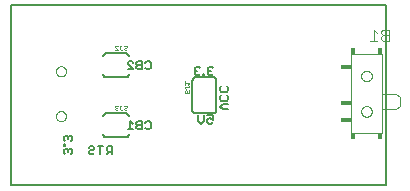
<source format=gbo>
G75*
%MOIN*%
%OFA0B0*%
%FSLAX25Y25*%
%IPPOS*%
%LPD*%
%AMOC8*
5,1,8,0,0,1.08239X$1,22.5*
%
%ADD10C,0.00800*%
%ADD11C,0.00500*%
%ADD12C,0.00000*%
%ADD13C,0.00600*%
%ADD14C,0.00100*%
%ADD15R,0.03538X0.01584*%
%ADD16C,0.00394*%
%ADD17R,0.03528X0.01568*%
%ADD18R,0.03536X0.01563*%
%ADD19R,0.01565X0.01935*%
%ADD20R,0.01580X0.01955*%
%ADD21R,0.01589X0.02008*%
%ADD22R,0.01570X0.01989*%
%ADD23C,0.00300*%
D10*
X0123333Y0058200D02*
X0248333Y0058200D01*
X0248333Y0118200D01*
X0123333Y0118200D01*
X0123333Y0058200D01*
X0155083Y0074200D02*
X0161583Y0074200D01*
X0161643Y0074202D01*
X0161704Y0074207D01*
X0161763Y0074216D01*
X0161822Y0074229D01*
X0161881Y0074245D01*
X0161938Y0074265D01*
X0161993Y0074288D01*
X0162048Y0074315D01*
X0162100Y0074344D01*
X0162151Y0074377D01*
X0162200Y0074413D01*
X0162246Y0074451D01*
X0162290Y0074493D01*
X0162332Y0074537D01*
X0162370Y0074583D01*
X0162406Y0074632D01*
X0162439Y0074683D01*
X0162468Y0074735D01*
X0162495Y0074790D01*
X0162518Y0074845D01*
X0162538Y0074902D01*
X0162554Y0074961D01*
X0162567Y0075020D01*
X0162576Y0075079D01*
X0162581Y0075140D01*
X0162583Y0075200D01*
X0155083Y0074200D02*
X0155023Y0074202D01*
X0154962Y0074207D01*
X0154903Y0074216D01*
X0154844Y0074229D01*
X0154785Y0074245D01*
X0154728Y0074265D01*
X0154673Y0074288D01*
X0154618Y0074315D01*
X0154566Y0074344D01*
X0154515Y0074377D01*
X0154466Y0074413D01*
X0154420Y0074451D01*
X0154376Y0074493D01*
X0154334Y0074537D01*
X0154296Y0074583D01*
X0154260Y0074632D01*
X0154227Y0074683D01*
X0154198Y0074735D01*
X0154171Y0074790D01*
X0154148Y0074845D01*
X0154128Y0074902D01*
X0154112Y0074961D01*
X0154099Y0075020D01*
X0154090Y0075079D01*
X0154085Y0075140D01*
X0154083Y0075200D01*
X0154083Y0081200D02*
X0154085Y0081260D01*
X0154090Y0081321D01*
X0154099Y0081380D01*
X0154112Y0081439D01*
X0154128Y0081498D01*
X0154148Y0081555D01*
X0154171Y0081610D01*
X0154198Y0081665D01*
X0154227Y0081717D01*
X0154260Y0081768D01*
X0154296Y0081817D01*
X0154334Y0081863D01*
X0154376Y0081907D01*
X0154420Y0081949D01*
X0154466Y0081987D01*
X0154515Y0082023D01*
X0154566Y0082056D01*
X0154618Y0082085D01*
X0154673Y0082112D01*
X0154728Y0082135D01*
X0154785Y0082155D01*
X0154844Y0082171D01*
X0154903Y0082184D01*
X0154962Y0082193D01*
X0155023Y0082198D01*
X0155083Y0082200D01*
X0161583Y0082200D01*
X0161643Y0082198D01*
X0161704Y0082193D01*
X0161763Y0082184D01*
X0161822Y0082171D01*
X0161881Y0082155D01*
X0161938Y0082135D01*
X0161993Y0082112D01*
X0162048Y0082085D01*
X0162100Y0082056D01*
X0162151Y0082023D01*
X0162200Y0081987D01*
X0162246Y0081949D01*
X0162290Y0081907D01*
X0162332Y0081863D01*
X0162370Y0081817D01*
X0162406Y0081768D01*
X0162439Y0081717D01*
X0162468Y0081665D01*
X0162495Y0081610D01*
X0162518Y0081555D01*
X0162538Y0081498D01*
X0162554Y0081439D01*
X0162567Y0081380D01*
X0162576Y0081321D01*
X0162581Y0081260D01*
X0162583Y0081200D01*
X0161583Y0094200D02*
X0155083Y0094200D01*
X0155023Y0094202D01*
X0154962Y0094207D01*
X0154903Y0094216D01*
X0154844Y0094229D01*
X0154785Y0094245D01*
X0154728Y0094265D01*
X0154673Y0094288D01*
X0154618Y0094315D01*
X0154566Y0094344D01*
X0154515Y0094377D01*
X0154466Y0094413D01*
X0154420Y0094451D01*
X0154376Y0094493D01*
X0154334Y0094537D01*
X0154296Y0094583D01*
X0154260Y0094632D01*
X0154227Y0094683D01*
X0154198Y0094735D01*
X0154171Y0094790D01*
X0154148Y0094845D01*
X0154128Y0094902D01*
X0154112Y0094961D01*
X0154099Y0095020D01*
X0154090Y0095079D01*
X0154085Y0095140D01*
X0154083Y0095200D01*
X0161583Y0094200D02*
X0161643Y0094202D01*
X0161704Y0094207D01*
X0161763Y0094216D01*
X0161822Y0094229D01*
X0161881Y0094245D01*
X0161938Y0094265D01*
X0161993Y0094288D01*
X0162048Y0094315D01*
X0162100Y0094344D01*
X0162151Y0094377D01*
X0162200Y0094413D01*
X0162246Y0094451D01*
X0162290Y0094493D01*
X0162332Y0094537D01*
X0162370Y0094583D01*
X0162406Y0094632D01*
X0162439Y0094683D01*
X0162468Y0094735D01*
X0162495Y0094790D01*
X0162518Y0094845D01*
X0162538Y0094902D01*
X0162554Y0094961D01*
X0162567Y0095020D01*
X0162576Y0095079D01*
X0162581Y0095140D01*
X0162583Y0095200D01*
X0162583Y0101200D02*
X0162581Y0101260D01*
X0162576Y0101321D01*
X0162567Y0101380D01*
X0162554Y0101439D01*
X0162538Y0101498D01*
X0162518Y0101555D01*
X0162495Y0101610D01*
X0162468Y0101665D01*
X0162439Y0101717D01*
X0162406Y0101768D01*
X0162370Y0101817D01*
X0162332Y0101863D01*
X0162290Y0101907D01*
X0162246Y0101949D01*
X0162200Y0101987D01*
X0162151Y0102023D01*
X0162100Y0102056D01*
X0162048Y0102085D01*
X0161993Y0102112D01*
X0161938Y0102135D01*
X0161881Y0102155D01*
X0161822Y0102171D01*
X0161763Y0102184D01*
X0161704Y0102193D01*
X0161643Y0102198D01*
X0161583Y0102200D01*
X0155083Y0102200D01*
X0155023Y0102198D01*
X0154962Y0102193D01*
X0154903Y0102184D01*
X0154844Y0102171D01*
X0154785Y0102155D01*
X0154728Y0102135D01*
X0154673Y0102112D01*
X0154618Y0102085D01*
X0154566Y0102056D01*
X0154515Y0102023D01*
X0154466Y0101987D01*
X0154420Y0101949D01*
X0154376Y0101907D01*
X0154334Y0101863D01*
X0154296Y0101817D01*
X0154260Y0101768D01*
X0154227Y0101717D01*
X0154198Y0101665D01*
X0154171Y0101610D01*
X0154148Y0101555D01*
X0154128Y0101498D01*
X0154112Y0101439D01*
X0154099Y0101380D01*
X0154090Y0101321D01*
X0154085Y0101260D01*
X0154083Y0101200D01*
D11*
X0162228Y0099102D02*
X0162679Y0099552D01*
X0163579Y0099552D01*
X0164030Y0099102D01*
X0165175Y0099102D02*
X0165175Y0098652D01*
X0165625Y0098201D01*
X0166976Y0098201D01*
X0165625Y0098201D02*
X0165175Y0097751D01*
X0165175Y0097300D01*
X0165625Y0096850D01*
X0166976Y0096850D01*
X0166976Y0099552D01*
X0165625Y0099552D01*
X0165175Y0099102D01*
X0164030Y0096850D02*
X0162228Y0096850D01*
X0162228Y0098652D02*
X0162228Y0099102D01*
X0162228Y0098652D02*
X0164030Y0096850D01*
X0168121Y0097300D02*
X0168572Y0096850D01*
X0169473Y0096850D01*
X0169923Y0097300D01*
X0169923Y0099102D01*
X0169473Y0099552D01*
X0168572Y0099552D01*
X0168121Y0099102D01*
X0184545Y0097202D02*
X0184545Y0096752D01*
X0184996Y0096301D01*
X0184545Y0095851D01*
X0184545Y0095400D01*
X0184996Y0094950D01*
X0185896Y0094950D01*
X0186347Y0095400D01*
X0187370Y0095400D02*
X0187370Y0094950D01*
X0187820Y0094950D01*
X0187820Y0095400D01*
X0187370Y0095400D01*
X0188965Y0095400D02*
X0189415Y0094950D01*
X0190316Y0094950D01*
X0190766Y0095400D01*
X0189866Y0096301D02*
X0189415Y0096301D01*
X0188965Y0095851D01*
X0188965Y0095400D01*
X0189415Y0096301D02*
X0188965Y0096752D01*
X0188965Y0097202D01*
X0189415Y0097652D01*
X0190316Y0097652D01*
X0190766Y0097202D01*
X0186347Y0097202D02*
X0185896Y0097652D01*
X0184996Y0097652D01*
X0184545Y0097202D01*
X0184996Y0096301D02*
X0185446Y0096301D01*
X0192983Y0090694D02*
X0193434Y0091145D01*
X0192983Y0090694D02*
X0192983Y0089793D01*
X0193434Y0089343D01*
X0195235Y0089343D01*
X0195686Y0089793D01*
X0195686Y0090694D01*
X0195235Y0091145D01*
X0195235Y0088198D02*
X0195686Y0087748D01*
X0195686Y0086847D01*
X0195235Y0086397D01*
X0193434Y0086397D01*
X0192983Y0086847D01*
X0192983Y0087748D01*
X0193434Y0088198D01*
X0193884Y0085252D02*
X0192983Y0084351D01*
X0193884Y0083450D01*
X0195686Y0083450D01*
X0195686Y0085252D02*
X0193884Y0085252D01*
X0190530Y0081452D02*
X0188728Y0081452D01*
X0189179Y0080552D02*
X0188728Y0080101D01*
X0188728Y0079200D01*
X0189179Y0078750D01*
X0190079Y0078750D01*
X0190530Y0079200D01*
X0190530Y0080101D02*
X0189629Y0080552D01*
X0189179Y0080552D01*
X0190530Y0080101D02*
X0190530Y0081452D01*
X0187583Y0081452D02*
X0187583Y0079651D01*
X0186683Y0078750D01*
X0185782Y0079651D01*
X0185782Y0081452D01*
X0169923Y0079102D02*
X0169923Y0077300D01*
X0169473Y0076850D01*
X0168572Y0076850D01*
X0168121Y0077300D01*
X0166976Y0076850D02*
X0165625Y0076850D01*
X0165175Y0077300D01*
X0165175Y0077751D01*
X0165625Y0078201D01*
X0166976Y0078201D01*
X0165625Y0078201D02*
X0165175Y0078652D01*
X0165175Y0079102D01*
X0165625Y0079552D01*
X0166976Y0079552D01*
X0166976Y0076850D01*
X0168121Y0079102D02*
X0168572Y0079552D01*
X0169473Y0079552D01*
X0169923Y0079102D01*
X0164030Y0078652D02*
X0163129Y0079552D01*
X0163129Y0076850D01*
X0164030Y0076850D02*
X0162228Y0076850D01*
X0157003Y0071152D02*
X0155652Y0071152D01*
X0155202Y0070702D01*
X0155202Y0069801D01*
X0155652Y0069351D01*
X0157003Y0069351D01*
X0156102Y0069351D02*
X0155202Y0068450D01*
X0157003Y0068450D02*
X0157003Y0071152D01*
X0154057Y0071152D02*
X0152255Y0071152D01*
X0153156Y0071152D02*
X0153156Y0068450D01*
X0151110Y0068900D02*
X0150660Y0068450D01*
X0149759Y0068450D01*
X0149309Y0068900D01*
X0149309Y0069351D01*
X0149759Y0069801D01*
X0150660Y0069801D01*
X0151110Y0070252D01*
X0151110Y0070702D01*
X0150660Y0071152D01*
X0149759Y0071152D01*
X0149309Y0070702D01*
X0143686Y0069801D02*
X0143235Y0070252D01*
X0142785Y0070252D01*
X0142334Y0069801D01*
X0141884Y0070252D01*
X0141434Y0070252D01*
X0140983Y0069801D01*
X0140983Y0068900D01*
X0141434Y0068450D01*
X0142334Y0069351D02*
X0142334Y0069801D01*
X0143686Y0069801D02*
X0143686Y0068900D01*
X0143235Y0068450D01*
X0141434Y0071397D02*
X0141434Y0071847D01*
X0140983Y0071847D01*
X0140983Y0071397D01*
X0141434Y0071397D01*
X0141434Y0072870D02*
X0140983Y0073320D01*
X0140983Y0074221D01*
X0141434Y0074671D01*
X0141884Y0074671D01*
X0142334Y0074221D01*
X0142334Y0073771D01*
X0142334Y0074221D02*
X0142785Y0074671D01*
X0143235Y0074671D01*
X0143686Y0074221D01*
X0143686Y0073320D01*
X0143235Y0072870D01*
D12*
X0138322Y0081220D02*
X0138324Y0081301D01*
X0138330Y0081383D01*
X0138340Y0081464D01*
X0138354Y0081544D01*
X0138371Y0081623D01*
X0138393Y0081702D01*
X0138418Y0081779D01*
X0138447Y0081856D01*
X0138480Y0081930D01*
X0138517Y0082003D01*
X0138556Y0082074D01*
X0138600Y0082143D01*
X0138646Y0082210D01*
X0138696Y0082274D01*
X0138749Y0082336D01*
X0138805Y0082396D01*
X0138863Y0082452D01*
X0138925Y0082506D01*
X0138989Y0082557D01*
X0139055Y0082604D01*
X0139123Y0082648D01*
X0139194Y0082689D01*
X0139266Y0082726D01*
X0139341Y0082760D01*
X0139416Y0082790D01*
X0139494Y0082816D01*
X0139572Y0082839D01*
X0139651Y0082857D01*
X0139731Y0082872D01*
X0139812Y0082883D01*
X0139893Y0082890D01*
X0139975Y0082893D01*
X0140056Y0082892D01*
X0140137Y0082887D01*
X0140218Y0082878D01*
X0140299Y0082865D01*
X0140379Y0082848D01*
X0140457Y0082828D01*
X0140535Y0082803D01*
X0140612Y0082775D01*
X0140687Y0082743D01*
X0140760Y0082708D01*
X0140831Y0082669D01*
X0140901Y0082626D01*
X0140968Y0082581D01*
X0141034Y0082532D01*
X0141096Y0082480D01*
X0141156Y0082424D01*
X0141213Y0082366D01*
X0141268Y0082306D01*
X0141319Y0082242D01*
X0141367Y0082177D01*
X0141412Y0082109D01*
X0141454Y0082039D01*
X0141492Y0081967D01*
X0141527Y0081893D01*
X0141558Y0081818D01*
X0141585Y0081741D01*
X0141608Y0081663D01*
X0141628Y0081584D01*
X0141644Y0081504D01*
X0141656Y0081423D01*
X0141664Y0081342D01*
X0141668Y0081261D01*
X0141668Y0081179D01*
X0141664Y0081098D01*
X0141656Y0081017D01*
X0141644Y0080936D01*
X0141628Y0080856D01*
X0141608Y0080777D01*
X0141585Y0080699D01*
X0141558Y0080622D01*
X0141527Y0080547D01*
X0141492Y0080473D01*
X0141454Y0080401D01*
X0141412Y0080331D01*
X0141367Y0080263D01*
X0141319Y0080198D01*
X0141268Y0080134D01*
X0141213Y0080074D01*
X0141156Y0080016D01*
X0141096Y0079960D01*
X0141034Y0079908D01*
X0140968Y0079859D01*
X0140901Y0079814D01*
X0140832Y0079771D01*
X0140760Y0079732D01*
X0140687Y0079697D01*
X0140612Y0079665D01*
X0140535Y0079637D01*
X0140457Y0079612D01*
X0140379Y0079592D01*
X0140299Y0079575D01*
X0140218Y0079562D01*
X0140137Y0079553D01*
X0140056Y0079548D01*
X0139975Y0079547D01*
X0139893Y0079550D01*
X0139812Y0079557D01*
X0139731Y0079568D01*
X0139651Y0079583D01*
X0139572Y0079601D01*
X0139494Y0079624D01*
X0139416Y0079650D01*
X0139341Y0079680D01*
X0139266Y0079714D01*
X0139194Y0079751D01*
X0139123Y0079792D01*
X0139055Y0079836D01*
X0138989Y0079883D01*
X0138925Y0079934D01*
X0138863Y0079988D01*
X0138805Y0080044D01*
X0138749Y0080104D01*
X0138696Y0080166D01*
X0138646Y0080230D01*
X0138600Y0080297D01*
X0138556Y0080366D01*
X0138517Y0080437D01*
X0138480Y0080510D01*
X0138447Y0080584D01*
X0138418Y0080661D01*
X0138393Y0080738D01*
X0138371Y0080817D01*
X0138354Y0080896D01*
X0138340Y0080976D01*
X0138330Y0081057D01*
X0138324Y0081139D01*
X0138322Y0081220D01*
X0138322Y0096180D02*
X0138324Y0096261D01*
X0138330Y0096343D01*
X0138340Y0096424D01*
X0138354Y0096504D01*
X0138371Y0096583D01*
X0138393Y0096662D01*
X0138418Y0096739D01*
X0138447Y0096816D01*
X0138480Y0096890D01*
X0138517Y0096963D01*
X0138556Y0097034D01*
X0138600Y0097103D01*
X0138646Y0097170D01*
X0138696Y0097234D01*
X0138749Y0097296D01*
X0138805Y0097356D01*
X0138863Y0097412D01*
X0138925Y0097466D01*
X0138989Y0097517D01*
X0139055Y0097564D01*
X0139123Y0097608D01*
X0139194Y0097649D01*
X0139266Y0097686D01*
X0139341Y0097720D01*
X0139416Y0097750D01*
X0139494Y0097776D01*
X0139572Y0097799D01*
X0139651Y0097817D01*
X0139731Y0097832D01*
X0139812Y0097843D01*
X0139893Y0097850D01*
X0139975Y0097853D01*
X0140056Y0097852D01*
X0140137Y0097847D01*
X0140218Y0097838D01*
X0140299Y0097825D01*
X0140379Y0097808D01*
X0140457Y0097788D01*
X0140535Y0097763D01*
X0140612Y0097735D01*
X0140687Y0097703D01*
X0140760Y0097668D01*
X0140831Y0097629D01*
X0140901Y0097586D01*
X0140968Y0097541D01*
X0141034Y0097492D01*
X0141096Y0097440D01*
X0141156Y0097384D01*
X0141213Y0097326D01*
X0141268Y0097266D01*
X0141319Y0097202D01*
X0141367Y0097137D01*
X0141412Y0097069D01*
X0141454Y0096999D01*
X0141492Y0096927D01*
X0141527Y0096853D01*
X0141558Y0096778D01*
X0141585Y0096701D01*
X0141608Y0096623D01*
X0141628Y0096544D01*
X0141644Y0096464D01*
X0141656Y0096383D01*
X0141664Y0096302D01*
X0141668Y0096221D01*
X0141668Y0096139D01*
X0141664Y0096058D01*
X0141656Y0095977D01*
X0141644Y0095896D01*
X0141628Y0095816D01*
X0141608Y0095737D01*
X0141585Y0095659D01*
X0141558Y0095582D01*
X0141527Y0095507D01*
X0141492Y0095433D01*
X0141454Y0095361D01*
X0141412Y0095291D01*
X0141367Y0095223D01*
X0141319Y0095158D01*
X0141268Y0095094D01*
X0141213Y0095034D01*
X0141156Y0094976D01*
X0141096Y0094920D01*
X0141034Y0094868D01*
X0140968Y0094819D01*
X0140901Y0094774D01*
X0140832Y0094731D01*
X0140760Y0094692D01*
X0140687Y0094657D01*
X0140612Y0094625D01*
X0140535Y0094597D01*
X0140457Y0094572D01*
X0140379Y0094552D01*
X0140299Y0094535D01*
X0140218Y0094522D01*
X0140137Y0094513D01*
X0140056Y0094508D01*
X0139975Y0094507D01*
X0139893Y0094510D01*
X0139812Y0094517D01*
X0139731Y0094528D01*
X0139651Y0094543D01*
X0139572Y0094561D01*
X0139494Y0094584D01*
X0139416Y0094610D01*
X0139341Y0094640D01*
X0139266Y0094674D01*
X0139194Y0094711D01*
X0139123Y0094752D01*
X0139055Y0094796D01*
X0138989Y0094843D01*
X0138925Y0094894D01*
X0138863Y0094948D01*
X0138805Y0095004D01*
X0138749Y0095064D01*
X0138696Y0095126D01*
X0138646Y0095190D01*
X0138600Y0095257D01*
X0138556Y0095326D01*
X0138517Y0095397D01*
X0138480Y0095470D01*
X0138447Y0095544D01*
X0138418Y0095621D01*
X0138393Y0095698D01*
X0138371Y0095777D01*
X0138354Y0095856D01*
X0138340Y0095936D01*
X0138330Y0096017D01*
X0138324Y0096099D01*
X0138322Y0096180D01*
X0240061Y0094606D02*
X0240063Y0094690D01*
X0240069Y0094773D01*
X0240079Y0094856D01*
X0240093Y0094939D01*
X0240110Y0095021D01*
X0240132Y0095102D01*
X0240157Y0095181D01*
X0240186Y0095260D01*
X0240219Y0095337D01*
X0240255Y0095412D01*
X0240295Y0095486D01*
X0240338Y0095558D01*
X0240385Y0095627D01*
X0240435Y0095694D01*
X0240488Y0095759D01*
X0240544Y0095821D01*
X0240602Y0095881D01*
X0240664Y0095938D01*
X0240728Y0095991D01*
X0240795Y0096042D01*
X0240864Y0096089D01*
X0240935Y0096134D01*
X0241008Y0096174D01*
X0241083Y0096211D01*
X0241160Y0096245D01*
X0241238Y0096275D01*
X0241317Y0096301D01*
X0241398Y0096324D01*
X0241480Y0096342D01*
X0241562Y0096357D01*
X0241645Y0096368D01*
X0241728Y0096375D01*
X0241812Y0096378D01*
X0241896Y0096377D01*
X0241979Y0096372D01*
X0242063Y0096363D01*
X0242145Y0096350D01*
X0242227Y0096334D01*
X0242308Y0096313D01*
X0242389Y0096289D01*
X0242467Y0096261D01*
X0242545Y0096229D01*
X0242621Y0096193D01*
X0242695Y0096154D01*
X0242767Y0096112D01*
X0242837Y0096066D01*
X0242905Y0096017D01*
X0242970Y0095965D01*
X0243033Y0095910D01*
X0243093Y0095852D01*
X0243151Y0095791D01*
X0243205Y0095727D01*
X0243257Y0095661D01*
X0243305Y0095593D01*
X0243350Y0095522D01*
X0243391Y0095449D01*
X0243430Y0095375D01*
X0243464Y0095299D01*
X0243495Y0095221D01*
X0243522Y0095142D01*
X0243546Y0095061D01*
X0243565Y0094980D01*
X0243581Y0094898D01*
X0243593Y0094815D01*
X0243601Y0094731D01*
X0243605Y0094648D01*
X0243605Y0094564D01*
X0243601Y0094481D01*
X0243593Y0094397D01*
X0243581Y0094314D01*
X0243565Y0094232D01*
X0243546Y0094151D01*
X0243522Y0094070D01*
X0243495Y0093991D01*
X0243464Y0093913D01*
X0243430Y0093837D01*
X0243391Y0093763D01*
X0243350Y0093690D01*
X0243305Y0093619D01*
X0243257Y0093551D01*
X0243205Y0093485D01*
X0243151Y0093421D01*
X0243093Y0093360D01*
X0243033Y0093302D01*
X0242970Y0093247D01*
X0242905Y0093195D01*
X0242837Y0093146D01*
X0242767Y0093100D01*
X0242695Y0093058D01*
X0242621Y0093019D01*
X0242545Y0092983D01*
X0242467Y0092951D01*
X0242389Y0092923D01*
X0242308Y0092899D01*
X0242227Y0092878D01*
X0242145Y0092862D01*
X0242063Y0092849D01*
X0241979Y0092840D01*
X0241896Y0092835D01*
X0241812Y0092834D01*
X0241728Y0092837D01*
X0241645Y0092844D01*
X0241562Y0092855D01*
X0241480Y0092870D01*
X0241398Y0092888D01*
X0241317Y0092911D01*
X0241238Y0092937D01*
X0241160Y0092967D01*
X0241083Y0093001D01*
X0241008Y0093038D01*
X0240935Y0093078D01*
X0240864Y0093123D01*
X0240795Y0093170D01*
X0240728Y0093221D01*
X0240664Y0093274D01*
X0240602Y0093331D01*
X0240544Y0093391D01*
X0240488Y0093453D01*
X0240435Y0093518D01*
X0240385Y0093585D01*
X0240338Y0093654D01*
X0240295Y0093726D01*
X0240255Y0093800D01*
X0240219Y0093875D01*
X0240186Y0093952D01*
X0240157Y0094031D01*
X0240132Y0094110D01*
X0240110Y0094191D01*
X0240093Y0094273D01*
X0240079Y0094356D01*
X0240069Y0094439D01*
X0240063Y0094522D01*
X0240061Y0094606D01*
X0240061Y0082794D02*
X0240063Y0082878D01*
X0240069Y0082961D01*
X0240079Y0083044D01*
X0240093Y0083127D01*
X0240110Y0083209D01*
X0240132Y0083290D01*
X0240157Y0083369D01*
X0240186Y0083448D01*
X0240219Y0083525D01*
X0240255Y0083600D01*
X0240295Y0083674D01*
X0240338Y0083746D01*
X0240385Y0083815D01*
X0240435Y0083882D01*
X0240488Y0083947D01*
X0240544Y0084009D01*
X0240602Y0084069D01*
X0240664Y0084126D01*
X0240728Y0084179D01*
X0240795Y0084230D01*
X0240864Y0084277D01*
X0240935Y0084322D01*
X0241008Y0084362D01*
X0241083Y0084399D01*
X0241160Y0084433D01*
X0241238Y0084463D01*
X0241317Y0084489D01*
X0241398Y0084512D01*
X0241480Y0084530D01*
X0241562Y0084545D01*
X0241645Y0084556D01*
X0241728Y0084563D01*
X0241812Y0084566D01*
X0241896Y0084565D01*
X0241979Y0084560D01*
X0242063Y0084551D01*
X0242145Y0084538D01*
X0242227Y0084522D01*
X0242308Y0084501D01*
X0242389Y0084477D01*
X0242467Y0084449D01*
X0242545Y0084417D01*
X0242621Y0084381D01*
X0242695Y0084342D01*
X0242767Y0084300D01*
X0242837Y0084254D01*
X0242905Y0084205D01*
X0242970Y0084153D01*
X0243033Y0084098D01*
X0243093Y0084040D01*
X0243151Y0083979D01*
X0243205Y0083915D01*
X0243257Y0083849D01*
X0243305Y0083781D01*
X0243350Y0083710D01*
X0243391Y0083637D01*
X0243430Y0083563D01*
X0243464Y0083487D01*
X0243495Y0083409D01*
X0243522Y0083330D01*
X0243546Y0083249D01*
X0243565Y0083168D01*
X0243581Y0083086D01*
X0243593Y0083003D01*
X0243601Y0082919D01*
X0243605Y0082836D01*
X0243605Y0082752D01*
X0243601Y0082669D01*
X0243593Y0082585D01*
X0243581Y0082502D01*
X0243565Y0082420D01*
X0243546Y0082339D01*
X0243522Y0082258D01*
X0243495Y0082179D01*
X0243464Y0082101D01*
X0243430Y0082025D01*
X0243391Y0081951D01*
X0243350Y0081878D01*
X0243305Y0081807D01*
X0243257Y0081739D01*
X0243205Y0081673D01*
X0243151Y0081609D01*
X0243093Y0081548D01*
X0243033Y0081490D01*
X0242970Y0081435D01*
X0242905Y0081383D01*
X0242837Y0081334D01*
X0242767Y0081288D01*
X0242695Y0081246D01*
X0242621Y0081207D01*
X0242545Y0081171D01*
X0242467Y0081139D01*
X0242389Y0081111D01*
X0242308Y0081087D01*
X0242227Y0081066D01*
X0242145Y0081050D01*
X0242063Y0081037D01*
X0241979Y0081028D01*
X0241896Y0081023D01*
X0241812Y0081022D01*
X0241728Y0081025D01*
X0241645Y0081032D01*
X0241562Y0081043D01*
X0241480Y0081058D01*
X0241398Y0081076D01*
X0241317Y0081099D01*
X0241238Y0081125D01*
X0241160Y0081155D01*
X0241083Y0081189D01*
X0241008Y0081226D01*
X0240935Y0081266D01*
X0240864Y0081311D01*
X0240795Y0081358D01*
X0240728Y0081409D01*
X0240664Y0081462D01*
X0240602Y0081519D01*
X0240544Y0081579D01*
X0240488Y0081641D01*
X0240435Y0081706D01*
X0240385Y0081773D01*
X0240338Y0081842D01*
X0240295Y0081914D01*
X0240255Y0081988D01*
X0240219Y0082063D01*
X0240186Y0082140D01*
X0240157Y0082219D01*
X0240132Y0082298D01*
X0240110Y0082379D01*
X0240093Y0082461D01*
X0240079Y0082544D01*
X0240069Y0082627D01*
X0240063Y0082710D01*
X0240061Y0082794D01*
D13*
X0191833Y0083200D02*
X0191833Y0093200D01*
X0191831Y0093260D01*
X0191826Y0093321D01*
X0191817Y0093380D01*
X0191804Y0093439D01*
X0191788Y0093498D01*
X0191768Y0093555D01*
X0191745Y0093610D01*
X0191718Y0093665D01*
X0191689Y0093717D01*
X0191656Y0093768D01*
X0191620Y0093817D01*
X0191582Y0093863D01*
X0191540Y0093907D01*
X0191496Y0093949D01*
X0191450Y0093987D01*
X0191401Y0094023D01*
X0191350Y0094056D01*
X0191298Y0094085D01*
X0191243Y0094112D01*
X0191188Y0094135D01*
X0191131Y0094155D01*
X0191072Y0094171D01*
X0191013Y0094184D01*
X0190954Y0094193D01*
X0190893Y0094198D01*
X0190833Y0094200D01*
X0184833Y0094200D01*
X0184773Y0094198D01*
X0184712Y0094193D01*
X0184653Y0094184D01*
X0184594Y0094171D01*
X0184535Y0094155D01*
X0184478Y0094135D01*
X0184423Y0094112D01*
X0184368Y0094085D01*
X0184316Y0094056D01*
X0184265Y0094023D01*
X0184216Y0093987D01*
X0184170Y0093949D01*
X0184126Y0093907D01*
X0184084Y0093863D01*
X0184046Y0093817D01*
X0184010Y0093768D01*
X0183977Y0093717D01*
X0183948Y0093665D01*
X0183921Y0093610D01*
X0183898Y0093555D01*
X0183878Y0093498D01*
X0183862Y0093439D01*
X0183849Y0093380D01*
X0183840Y0093321D01*
X0183835Y0093260D01*
X0183833Y0093200D01*
X0183833Y0083200D01*
X0183835Y0083140D01*
X0183840Y0083079D01*
X0183849Y0083020D01*
X0183862Y0082961D01*
X0183878Y0082902D01*
X0183898Y0082845D01*
X0183921Y0082790D01*
X0183948Y0082735D01*
X0183977Y0082683D01*
X0184010Y0082632D01*
X0184046Y0082583D01*
X0184084Y0082537D01*
X0184126Y0082493D01*
X0184170Y0082451D01*
X0184216Y0082413D01*
X0184265Y0082377D01*
X0184316Y0082344D01*
X0184368Y0082315D01*
X0184423Y0082288D01*
X0184478Y0082265D01*
X0184535Y0082245D01*
X0184594Y0082229D01*
X0184653Y0082216D01*
X0184712Y0082207D01*
X0184773Y0082202D01*
X0184833Y0082200D01*
X0190833Y0082200D01*
X0190893Y0082202D01*
X0190954Y0082207D01*
X0191013Y0082216D01*
X0191072Y0082229D01*
X0191131Y0082245D01*
X0191188Y0082265D01*
X0191243Y0082288D01*
X0191298Y0082315D01*
X0191350Y0082344D01*
X0191401Y0082377D01*
X0191450Y0082413D01*
X0191496Y0082451D01*
X0191540Y0082493D01*
X0191582Y0082537D01*
X0191620Y0082583D01*
X0191656Y0082632D01*
X0191689Y0082683D01*
X0191718Y0082735D01*
X0191745Y0082790D01*
X0191768Y0082845D01*
X0191788Y0082902D01*
X0191804Y0082961D01*
X0191817Y0083020D01*
X0191826Y0083079D01*
X0191831Y0083140D01*
X0191833Y0083200D01*
D14*
X0182785Y0089080D02*
X0182534Y0088830D01*
X0182284Y0088830D01*
X0182034Y0089080D01*
X0182034Y0089581D01*
X0181784Y0089831D01*
X0181534Y0089831D01*
X0181283Y0089581D01*
X0181283Y0089080D01*
X0181534Y0088830D01*
X0182785Y0089080D02*
X0182785Y0089581D01*
X0182534Y0089831D01*
X0182785Y0090804D02*
X0182785Y0091304D01*
X0182785Y0091054D02*
X0181534Y0091054D01*
X0181283Y0090804D01*
X0181283Y0090554D01*
X0181534Y0090303D01*
X0181283Y0091777D02*
X0181283Y0092778D01*
X0181283Y0092277D02*
X0182785Y0092277D01*
X0182284Y0091777D01*
X0162033Y0084501D02*
X0162033Y0084251D01*
X0161783Y0084001D01*
X0161283Y0084001D01*
X0161032Y0083750D01*
X0161032Y0083500D01*
X0161283Y0083250D01*
X0161783Y0083250D01*
X0162033Y0083500D01*
X0162033Y0084501D02*
X0161783Y0084751D01*
X0161283Y0084751D01*
X0161032Y0084501D01*
X0160060Y0084751D02*
X0159559Y0084751D01*
X0159809Y0084751D02*
X0159809Y0083500D01*
X0160060Y0083250D01*
X0160310Y0083250D01*
X0160560Y0083500D01*
X0159087Y0083500D02*
X0158837Y0083250D01*
X0158336Y0083250D01*
X0158086Y0083500D01*
X0158086Y0083750D01*
X0158336Y0084001D01*
X0158586Y0084001D01*
X0158336Y0084001D02*
X0158086Y0084251D01*
X0158086Y0084501D01*
X0158336Y0084751D01*
X0158837Y0084751D01*
X0159087Y0084501D01*
X0159087Y0103250D02*
X0158086Y0104251D01*
X0158086Y0104501D01*
X0158336Y0104751D01*
X0158837Y0104751D01*
X0159087Y0104501D01*
X0159559Y0104751D02*
X0160060Y0104751D01*
X0159809Y0104751D02*
X0159809Y0103500D01*
X0160060Y0103250D01*
X0160310Y0103250D01*
X0160560Y0103500D01*
X0161032Y0103500D02*
X0161283Y0103250D01*
X0161783Y0103250D01*
X0162033Y0103500D01*
X0161783Y0104001D02*
X0161283Y0104001D01*
X0161032Y0103750D01*
X0161032Y0103500D01*
X0161783Y0104001D02*
X0162033Y0104251D01*
X0162033Y0104501D01*
X0161783Y0104751D01*
X0161283Y0104751D01*
X0161032Y0104501D01*
X0159087Y0103250D02*
X0158086Y0103250D01*
D15*
X0234941Y0097563D03*
D16*
X0236715Y0101889D02*
X0246951Y0101889D01*
X0246951Y0088700D01*
X0251676Y0088700D01*
X0252857Y0087519D01*
X0252857Y0084763D01*
X0251676Y0083582D01*
X0246951Y0083582D01*
X0246951Y0075511D01*
X0236715Y0075511D01*
X0236715Y0101889D01*
X0246951Y0088700D02*
X0246951Y0083582D01*
D17*
X0234936Y0085744D03*
D18*
X0234940Y0079836D03*
D19*
X0237301Y0074510D03*
D20*
X0246364Y0074520D03*
D21*
X0246368Y0102893D03*
D22*
X0237303Y0102884D03*
D23*
X0243033Y0106374D02*
X0245505Y0106374D01*
X0244269Y0106374D02*
X0244269Y0110083D01*
X0245505Y0108846D01*
X0246721Y0108846D02*
X0247339Y0108228D01*
X0249194Y0108228D01*
X0249194Y0106374D02*
X0247339Y0106374D01*
X0246721Y0106992D01*
X0246721Y0107610D01*
X0247339Y0108228D01*
X0246721Y0108846D02*
X0246721Y0109465D01*
X0247339Y0110083D01*
X0249194Y0110083D01*
X0249194Y0106374D01*
M02*

</source>
